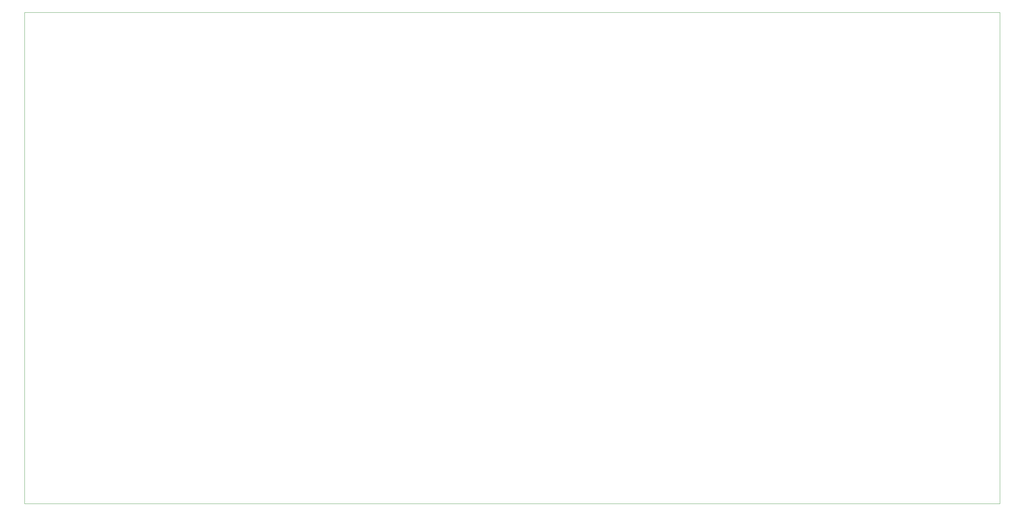
<source format=gbr>
%TF.GenerationSoftware,KiCad,Pcbnew,9.0.5*%
%TF.CreationDate,2025-10-11T12:45:19-04:00*%
%TF.ProjectId,midikeyboard,6d696469-6b65-4796-926f-6172642e6b69,rev?*%
%TF.SameCoordinates,Original*%
%TF.FileFunction,Profile,NP*%
%FSLAX46Y46*%
G04 Gerber Fmt 4.6, Leading zero omitted, Abs format (unit mm)*
G04 Created by KiCad (PCBNEW 9.0.5) date 2025-10-11 12:45:19*
%MOMM*%
%LPD*%
G01*
G04 APERTURE LIST*
%TA.AperFunction,Profile*%
%ADD10C,0.050000*%
%TD*%
G04 APERTURE END LIST*
D10*
X14287500Y-35718750D02*
X273843750Y-35718750D01*
X273843750Y-166687500D01*
X14287500Y-166687500D01*
X14287500Y-35718750D01*
M02*

</source>
